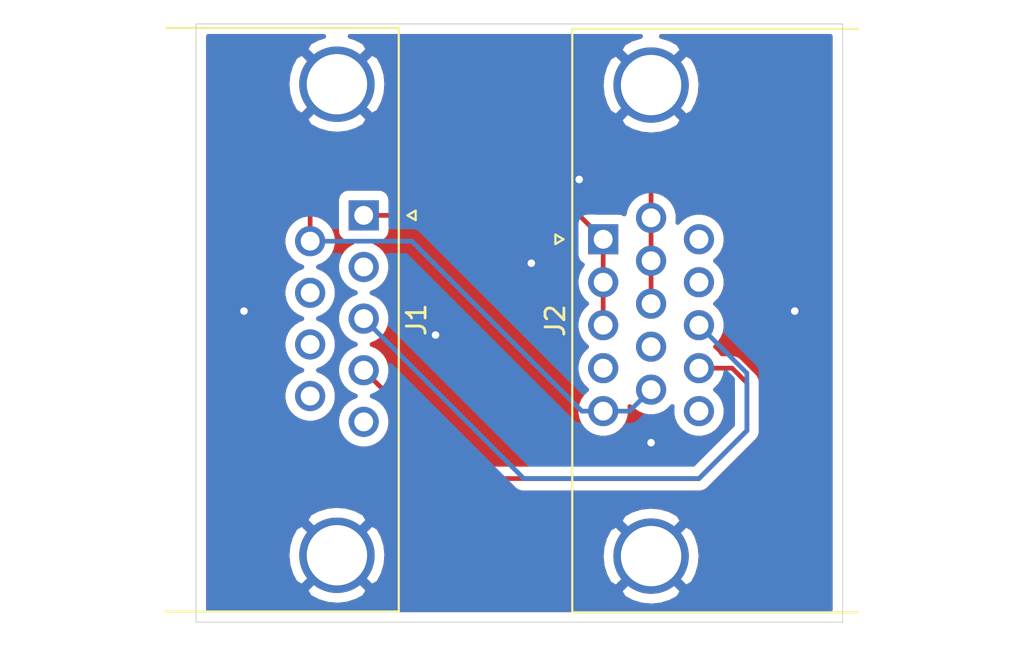
<source format=kicad_pcb>
(kicad_pcb (version 20171130) (host pcbnew 5.1.4+dfsg1-1~bpo10+1)

  (general
    (thickness 1.6)
    (drawings 4)
    (tracks 34)
    (zones 0)
    (modules 2)
    (nets 16)
  )

  (page A4)
  (layers
    (0 F.Cu signal)
    (31 B.Cu signal)
    (32 B.Adhes user)
    (33 F.Adhes user)
    (34 B.Paste user)
    (35 F.Paste user)
    (36 B.SilkS user)
    (37 F.SilkS user)
    (38 B.Mask user)
    (39 F.Mask user)
    (40 Dwgs.User user)
    (41 Cmts.User user)
    (42 Eco1.User user)
    (43 Eco2.User user)
    (44 Edge.Cuts user)
    (45 Margin user)
    (46 B.CrtYd user)
    (47 F.CrtYd user)
    (48 B.Fab user)
    (49 F.Fab user)
  )

  (setup
    (last_trace_width 0.25)
    (trace_clearance 0.2)
    (zone_clearance 0.508)
    (zone_45_only no)
    (trace_min 0.2)
    (via_size 0.8)
    (via_drill 0.4)
    (via_min_size 0.4)
    (via_min_drill 0.3)
    (uvia_size 0.3)
    (uvia_drill 0.1)
    (uvias_allowed no)
    (uvia_min_size 0.2)
    (uvia_min_drill 0.1)
    (edge_width 0.05)
    (segment_width 0.2)
    (pcb_text_width 0.3)
    (pcb_text_size 1.5 1.5)
    (mod_edge_width 0.12)
    (mod_text_size 1 1)
    (mod_text_width 0.15)
    (pad_size 1.524 1.524)
    (pad_drill 0.762)
    (pad_to_mask_clearance 0.051)
    (solder_mask_min_width 0.25)
    (aux_axis_origin 0 0)
    (visible_elements 7FFFFFFF)
    (pcbplotparams
      (layerselection 0x01030_ffffffff)
      (usegerberextensions false)
      (usegerberattributes false)
      (usegerberadvancedattributes false)
      (creategerberjobfile false)
      (excludeedgelayer true)
      (linewidth 0.100000)
      (plotframeref false)
      (viasonmask false)
      (mode 1)
      (useauxorigin false)
      (hpglpennumber 1)
      (hpglpenspeed 20)
      (hpglpendiameter 15.000000)
      (psnegative false)
      (psa4output false)
      (plotreference true)
      (plotvalue true)
      (plotinvisibletext false)
      (padsonsilk false)
      (subtractmaskfromsilk false)
      (outputformat 1)
      (mirror false)
      (drillshape 0)
      (scaleselection 1)
      (outputdirectory "fab_test/"))
  )

  (net 0 "")
  (net 1 /VID)
  (net 2 "Net-(J1-Pad2)")
  (net 3 /HSYNC)
  (net 4 /VSYNC)
  (net 5 "Net-(J1-Pad5)")
  (net 6 /GND)
  (net 7 "Net-(J1-Pad7)")
  (net 8 "Net-(J1-Pad8)")
  (net 9 "Net-(J1-Pad9)")
  (net 10 /Chassis)
  (net 11 "Net-(J2-Pad15)")
  (net 12 "Net-(J2-Pad12)")
  (net 13 "Net-(J2-Pad11)")
  (net 14 "Net-(J2-Pad9)")
  (net 15 "Net-(J2-Pad4)")

  (net_class Default "This is the default net class."
    (clearance 0.2)
    (trace_width 0.25)
    (via_dia 0.8)
    (via_drill 0.4)
    (uvia_dia 0.3)
    (uvia_drill 0.1)
    (add_net /Chassis)
    (add_net /GND)
    (add_net /HSYNC)
    (add_net /VID)
    (add_net /VSYNC)
    (add_net "Net-(J1-Pad2)")
    (add_net "Net-(J1-Pad5)")
    (add_net "Net-(J1-Pad7)")
    (add_net "Net-(J1-Pad8)")
    (add_net "Net-(J1-Pad9)")
    (add_net "Net-(J2-Pad11)")
    (add_net "Net-(J2-Pad12)")
    (add_net "Net-(J2-Pad15)")
    (add_net "Net-(J2-Pad4)")
    (add_net "Net-(J2-Pad9)")
  )

  (module ms2vga:DSUB-9_Male_Horizontal_P2.74x2.84mm_EdgePinOffset7.70mm_Housed_MountingHolesOffset9.12mm (layer F.Cu) (tedit 6056806A) (tstamp 6058D5C3)
    (at 137.16 91.44 270)
    (descr "9-pin D-Sub connector, horizontal/angled (90 deg), THT-mount, male, pitch 2.77x2.84mm, pin-PCB-offset 7.699999999999999mm, distance of mounting holes 25mm, distance of mounting holes to PCB edge 9.12mm, see https://disti-assets.s3.amazonaws.com/tonar/files/datasheets/16730.pdf")
    (tags "9-pin D-Sub connector horizontal angled 90deg THT male pitch 2.77x2.84mm pin-PCB-offset 7.699999999999999mm mounting-holes-distance 25mm mounting-hole-offset 25mm")
    (path /6056708C)
    (fp_text reference J1 (at 5.54 -2.8 90) (layer F.SilkS)
      (effects (font (size 1 1) (thickness 0.15)))
    )
    (fp_text value DB9_Male_MountingHoles (at 5.54 18.44 90) (layer F.Fab)
      (effects (font (size 1 1) (thickness 0.15)))
    )
    (fp_arc (start -6.96 1.42) (end -8.56 1.42) (angle 180) (layer F.Fab) (width 0.1))
    (fp_arc (start 18.04 1.42) (end 16.44 1.42) (angle 180) (layer F.Fab) (width 0.1))
    (fp_line (start -9.885 -1.8) (end -9.885 10.54) (layer F.Fab) (width 0.1))
    (fp_line (start -9.885 10.54) (end 20.965 10.54) (layer F.Fab) (width 0.1))
    (fp_line (start 20.965 10.54) (end 20.965 -1.8) (layer F.Fab) (width 0.1))
    (fp_line (start 20.965 -1.8) (end -9.885 -1.8) (layer F.Fab) (width 0.1))
    (fp_line (start -9.885 10.54) (end -9.885 10.94) (layer F.Fab) (width 0.1))
    (fp_line (start -9.885 10.94) (end 20.965 10.94) (layer F.Fab) (width 0.1))
    (fp_line (start 20.965 10.94) (end 20.965 10.54) (layer F.Fab) (width 0.1))
    (fp_line (start 20.965 10.54) (end -9.885 10.54) (layer F.Fab) (width 0.1))
    (fp_line (start -2.61 10.94) (end -2.61 16.94) (layer F.Fab) (width 0.1))
    (fp_line (start -2.61 16.94) (end 13.69 16.94) (layer F.Fab) (width 0.1))
    (fp_line (start 13.69 16.94) (end 13.69 10.94) (layer F.Fab) (width 0.1))
    (fp_line (start 13.69 10.94) (end -2.61 10.94) (layer F.Fab) (width 0.1))
    (fp_line (start -9.46 10.94) (end -9.46 15.94) (layer F.Fab) (width 0.1))
    (fp_line (start -9.46 15.94) (end -4.46 15.94) (layer F.Fab) (width 0.1))
    (fp_line (start -4.46 15.94) (end -4.46 10.94) (layer F.Fab) (width 0.1))
    (fp_line (start -4.46 10.94) (end -9.46 10.94) (layer F.Fab) (width 0.1))
    (fp_line (start 15.54 10.94) (end 15.54 15.94) (layer F.Fab) (width 0.1))
    (fp_line (start 15.54 15.94) (end 20.54 15.94) (layer F.Fab) (width 0.1))
    (fp_line (start 20.54 15.94) (end 20.54 10.94) (layer F.Fab) (width 0.1))
    (fp_line (start 20.54 10.94) (end 15.54 10.94) (layer F.Fab) (width 0.1))
    (fp_line (start -8.56 10.54) (end -8.56 1.42) (layer F.Fab) (width 0.1))
    (fp_line (start -5.36 10.54) (end -5.36 1.42) (layer F.Fab) (width 0.1))
    (fp_line (start 16.44 10.54) (end 16.44 1.42) (layer F.Fab) (width 0.1))
    (fp_line (start 19.64 10.54) (end 19.64 1.42) (layer F.Fab) (width 0.1))
    (fp_line (start -9.945 10.48) (end -9.945 -1.86) (layer F.SilkS) (width 0.12))
    (fp_line (start -9.945 -1.86) (end 21.025 -1.86) (layer F.SilkS) (width 0.12))
    (fp_line (start 21.025 -1.86) (end 21.025 10.48) (layer F.SilkS) (width 0.12))
    (fp_line (start -0.25 -2.754338) (end 0.25 -2.754338) (layer F.SilkS) (width 0.12))
    (fp_line (start 0.25 -2.754338) (end 0 -2.321325) (layer F.SilkS) (width 0.12))
    (fp_line (start 0 -2.321325) (end -0.25 -2.754338) (layer F.SilkS) (width 0.12))
    (fp_line (start -10.4 -2.35) (end -10.4 17.45) (layer F.CrtYd) (width 0.05))
    (fp_line (start -10.4 17.45) (end 21.5 17.45) (layer F.CrtYd) (width 0.05))
    (fp_line (start 21.5 17.45) (end 21.5 -2.35) (layer F.CrtYd) (width 0.05))
    (fp_line (start 21.5 -2.35) (end -10.4 -2.35) (layer F.CrtYd) (width 0.05))
    (fp_text user %R (at 5.54 13.94 90) (layer F.Fab)
      (effects (font (size 1 1) (thickness 0.15)))
    )
    (pad 1 thru_hole rect (at 0 0 270) (size 1.6 1.6) (drill 1) (layers *.Cu *.Mask)
      (net 1 /VID))
    (pad 2 thru_hole circle (at 2.74 0 270) (size 1.6 1.6) (drill 1) (layers *.Cu *.Mask)
      (net 2 "Net-(J1-Pad2)"))
    (pad 3 thru_hole circle (at 5.48 0 270) (size 1.6 1.6) (drill 1) (layers *.Cu *.Mask)
      (net 3 /HSYNC))
    (pad 4 thru_hole circle (at 8.22 0 270) (size 1.6 1.6) (drill 1) (layers *.Cu *.Mask)
      (net 4 /VSYNC))
    (pad 5 thru_hole circle (at 10.96 0 270) (size 1.6 1.6) (drill 1) (layers *.Cu *.Mask)
      (net 5 "Net-(J1-Pad5)"))
    (pad 6 thru_hole circle (at 1.37 2.84 270) (size 1.6 1.6) (drill 1) (layers *.Cu *.Mask)
      (net 6 /GND))
    (pad 7 thru_hole circle (at 4.11 2.84 270) (size 1.6 1.6) (drill 1) (layers *.Cu *.Mask)
      (net 7 "Net-(J1-Pad7)"))
    (pad 8 thru_hole circle (at 6.85 2.84 270) (size 1.6 1.6) (drill 1) (layers *.Cu *.Mask)
      (net 8 "Net-(J1-Pad8)"))
    (pad 9 thru_hole circle (at 9.59 2.84 270) (size 1.6 1.6) (drill 1) (layers *.Cu *.Mask)
      (net 9 "Net-(J1-Pad9)"))
    (pad 0 thru_hole circle (at -6.96 1.42 270) (size 4 4) (drill 3.2) (layers *.Cu *.Mask)
      (net 10 /Chassis))
    (pad 0 thru_hole circle (at 18.04 1.42 270) (size 4 4) (drill 3.2) (layers *.Cu *.Mask)
      (net 10 /Chassis))
    (model ${KISYS3DMOD}/Connector_Dsub.3dshapes/DSUB-9_Male_Horizontal_P2.77x2.84mm_EdgePinOffset7.70mm_Housed_MountingHolesOffset9.12mm.wrl
      (at (xyz 0 0 0))
      (scale (xyz 1 1 1))
      (rotate (xyz 0 0 0))
    )
  )

  (module ms2vga:DSUB-15-HD_Female_Horizontal_P2.29x1.27mm_EdgePinOffset8.35mm_Housed_MountingHolesOffset10.89mm (layer F.Cu) (tedit 6056875C) (tstamp 6058D5FD)
    (at 149.86 92.71 90)
    (descr "15-pin D-Sub connector, horizontal/angled (90 deg), THT-mount, female, pitch 2.29x1.98mm, pin-PCB-offset 8.35mm, distance of mounting holes 25mm, distance of mounting holes to PCB edge 10.889999999999999mm, see https://disti-assets.s3.amazonaws.com/tonar/files/datasheets/16730.pdf")
    (tags "15-pin D-Sub connector horizontal angled 90deg THT female pitch 2.29x1.98mm pin-PCB-offset 8.35mm mounting-holes-distance 25mm mounting-hole-offset 25mm")
    (path /60567E3B)
    (fp_text reference J2 (at -4.315 -2.54 90) (layer F.SilkS)
      (effects (font (size 1 1) (thickness 0.15)))
    )
    (fp_text value DB15_Female_HighDensity_MountingHoles (at -4.315 21.48 90) (layer F.Fab)
      (effects (font (size 1 1) (thickness 0.15)))
    )
    (fp_text user %R (at -4.315 16.98 90) (layer F.Fab)
      (effects (font (size 1 1) (thickness 0.15)))
    )
    (fp_line (start 11.65 -2.1) (end -20.25 -2.1) (layer F.CrtYd) (width 0.05))
    (fp_line (start 11.65 20.52) (end 11.65 -2.1) (layer F.CrtYd) (width 0.05))
    (fp_line (start -20.25 20.52) (end 11.65 20.52) (layer F.CrtYd) (width 0.05))
    (fp_line (start -20.25 -2.1) (end -20.25 20.52) (layer F.CrtYd) (width 0.05))
    (fp_line (start 0 -2.101325) (end -0.25 -2.534338) (layer F.SilkS) (width 0.12))
    (fp_line (start 0.25 -2.534338) (end 0 -2.101325) (layer F.SilkS) (width 0.12))
    (fp_line (start -0.25 -2.534338) (end 0.25 -2.534338) (layer F.SilkS) (width 0.12))
    (fp_line (start 11.17 -1.64) (end 11.17 13.52) (layer F.SilkS) (width 0.12))
    (fp_line (start -19.8 -1.64) (end 11.17 -1.64) (layer F.SilkS) (width 0.12))
    (fp_line (start -19.8 13.52) (end -19.8 -1.64) (layer F.SilkS) (width 0.12))
    (fp_line (start 9.785 13.58) (end 9.785 2.69) (layer F.Fab) (width 0.1))
    (fp_line (start 6.585 13.58) (end 6.585 2.69) (layer F.Fab) (width 0.1))
    (fp_line (start -15.215 13.58) (end -15.215 2.69) (layer F.Fab) (width 0.1))
    (fp_line (start -18.415 13.58) (end -18.415 2.69) (layer F.Fab) (width 0.1))
    (fp_line (start 10.685 13.98) (end 5.685 13.98) (layer F.Fab) (width 0.1))
    (fp_line (start 10.685 18.98) (end 10.685 13.98) (layer F.Fab) (width 0.1))
    (fp_line (start 5.685 18.98) (end 10.685 18.98) (layer F.Fab) (width 0.1))
    (fp_line (start 5.685 13.98) (end 5.685 18.98) (layer F.Fab) (width 0.1))
    (fp_line (start -14.315 13.98) (end -19.315 13.98) (layer F.Fab) (width 0.1))
    (fp_line (start -14.315 18.98) (end -14.315 13.98) (layer F.Fab) (width 0.1))
    (fp_line (start -19.315 18.98) (end -14.315 18.98) (layer F.Fab) (width 0.1))
    (fp_line (start -19.315 13.98) (end -19.315 18.98) (layer F.Fab) (width 0.1))
    (fp_line (start 3.835 13.98) (end -12.465 13.98) (layer F.Fab) (width 0.1))
    (fp_line (start 3.835 19.98) (end 3.835 13.98) (layer F.Fab) (width 0.1))
    (fp_line (start -12.465 19.98) (end 3.835 19.98) (layer F.Fab) (width 0.1))
    (fp_line (start -12.465 13.98) (end -12.465 19.98) (layer F.Fab) (width 0.1))
    (fp_line (start 11.11 13.58) (end -19.74 13.58) (layer F.Fab) (width 0.1))
    (fp_line (start 11.11 13.98) (end 11.11 13.58) (layer F.Fab) (width 0.1))
    (fp_line (start -19.74 13.98) (end 11.11 13.98) (layer F.Fab) (width 0.1))
    (fp_line (start -19.74 13.58) (end -19.74 13.98) (layer F.Fab) (width 0.1))
    (fp_line (start 11.11 -1.58) (end -19.74 -1.58) (layer F.Fab) (width 0.1))
    (fp_line (start 11.11 13.58) (end 11.11 -1.58) (layer F.Fab) (width 0.1))
    (fp_line (start -19.74 13.58) (end 11.11 13.58) (layer F.Fab) (width 0.1))
    (fp_line (start -19.74 -1.58) (end -19.74 13.58) (layer F.Fab) (width 0.1))
    (fp_arc (start 8.185 2.69) (end 6.585 2.69) (angle 180) (layer F.Fab) (width 0.1))
    (fp_arc (start -16.815 2.69) (end -18.415 2.69) (angle 180) (layer F.Fab) (width 0.1))
    (pad 0 thru_hole circle (at 8.185 2.54 90) (size 4 4) (drill 3.2) (layers *.Cu *.Mask)
      (net 10 /Chassis))
    (pad 0 thru_hole circle (at -16.815 2.54 90) (size 4 4) (drill 3.2) (layers *.Cu *.Mask)
      (net 10 /Chassis))
    (pad 15 thru_hole circle (at -9.12 5.08 90) (size 1.6 1.6) (drill 1) (layers *.Cu *.Mask)
      (net 11 "Net-(J2-Pad15)"))
    (pad 14 thru_hole circle (at -6.84 5.08 90) (size 1.6 1.6) (drill 1) (layers *.Cu *.Mask)
      (net 4 /VSYNC))
    (pad 13 thru_hole circle (at -4.56 5.08 90) (size 1.6 1.6) (drill 1) (layers *.Cu *.Mask)
      (net 3 /HSYNC))
    (pad 12 thru_hole circle (at -2.28 5.08 90) (size 1.6 1.6) (drill 1) (layers *.Cu *.Mask)
      (net 12 "Net-(J2-Pad12)"))
    (pad 11 thru_hole circle (at 0 5.08 90) (size 1.6 1.6) (drill 1) (layers *.Cu *.Mask)
      (net 13 "Net-(J2-Pad11)"))
    (pad 10 thru_hole circle (at -7.98 2.54 90) (size 1.6 1.6) (drill 1) (layers *.Cu *.Mask)
      (net 6 /GND))
    (pad 9 thru_hole circle (at -5.7 2.54 90) (size 1.6 1.6) (drill 1) (layers *.Cu *.Mask)
      (net 14 "Net-(J2-Pad9)"))
    (pad 8 thru_hole circle (at -3.42 2.54 90) (size 1.6 1.6) (drill 1) (layers *.Cu *.Mask)
      (net 6 /GND))
    (pad 7 thru_hole circle (at -1.14 2.54 90) (size 1.6 1.6) (drill 1) (layers *.Cu *.Mask)
      (net 6 /GND))
    (pad 6 thru_hole circle (at 1.14 2.54 90) (size 1.6 1.6) (drill 1) (layers *.Cu *.Mask)
      (net 6 /GND))
    (pad 5 thru_hole circle (at -9.12 0 90) (size 1.6 1.6) (drill 1) (layers *.Cu *.Mask)
      (net 6 /GND))
    (pad 4 thru_hole circle (at -6.84 0 90) (size 1.6 1.6) (drill 1) (layers *.Cu *.Mask)
      (net 15 "Net-(J2-Pad4)"))
    (pad 3 thru_hole circle (at -4.56 0 90) (size 1.6 1.6) (drill 1) (layers *.Cu *.Mask)
      (net 1 /VID))
    (pad 2 thru_hole circle (at -2.28 0 90) (size 1.6 1.6) (drill 1) (layers *.Cu *.Mask)
      (net 1 /VID))
    (pad 1 thru_hole rect (at 0 0 90) (size 1.6 1.6) (drill 1) (layers *.Cu *.Mask)
      (net 1 /VID))
    (model ${KISYS3DMOD}/Connector_Dsub.3dshapes/DSUB-15-HD_Female_Horizontal_P2.29x1.98mm_EdgePinOffset8.35mm_Housed_MountingHolesOffset10.89mm.wrl
      (at (xyz 0 0 0))
      (scale (xyz 1 1 1))
      (rotate (xyz 0 0 0))
    )
  )

  (gr_line (start 128.27 113.03) (end 128.27 81.28) (layer Edge.Cuts) (width 0.05) (tstamp 6056A80B))
  (gr_line (start 162.56 113.03) (end 128.27 113.03) (layer Edge.Cuts) (width 0.05))
  (gr_line (start 162.56 81.28) (end 162.56 113.03) (layer Edge.Cuts) (width 0.05))
  (gr_line (start 128.27 81.28) (end 162.56 81.28) (layer Edge.Cuts) (width 0.05))

  (segment (start 149.86 92.71) (end 149.86 94.99) (width 0.25) (layer F.Cu) (net 1))
  (segment (start 149.86 94.99) (end 149.86 97.27) (width 0.25) (layer F.Cu) (net 1))
  (segment (start 137.16 91.44) (end 148.59 91.44) (width 0.25) (layer F.Cu) (net 1))
  (segment (start 148.59 91.44) (end 149.86 92.71) (width 0.25) (layer F.Cu) (net 1))
  (segment (start 157.48 102.87) (end 157.48 99.81) (width 0.25) (layer B.Cu) (net 3))
  (segment (start 154.94 105.41) (end 157.48 102.87) (width 0.25) (layer B.Cu) (net 3))
  (segment (start 157.48 99.81) (end 154.94 97.27) (width 0.25) (layer B.Cu) (net 3))
  (segment (start 137.16 96.92) (end 145.65 105.41) (width 0.25) (layer B.Cu) (net 3))
  (segment (start 145.65 105.41) (end 154.94 105.41) (width 0.25) (layer B.Cu) (net 3))
  (segment (start 156.7 99.55) (end 154.94 99.55) (width 0.25) (layer F.Cu) (net 4))
  (segment (start 157.48 100.33) (end 156.7 99.55) (width 0.25) (layer F.Cu) (net 4))
  (segment (start 157.48 102.87) (end 157.48 100.33) (width 0.25) (layer F.Cu) (net 4))
  (segment (start 137.16 99.66) (end 142.91 105.41) (width 0.25) (layer F.Cu) (net 4))
  (segment (start 154.94 105.41) (end 157.48 102.87) (width 0.25) (layer F.Cu) (net 4))
  (segment (start 142.91 105.41) (end 154.94 105.41) (width 0.25) (layer F.Cu) (net 4))
  (segment (start 152.4 91.57) (end 152.4 93.85) (width 0.25) (layer F.Cu) (net 6))
  (segment (start 152.4 93.85) (end 152.4 96.13) (width 0.25) (layer F.Cu) (net 6))
  (segment (start 151.26 101.83) (end 152.4 100.69) (width 0.25) (layer B.Cu) (net 6))
  (segment (start 149.86 101.83) (end 151.26 101.83) (width 0.25) (layer B.Cu) (net 6))
  (segment (start 134.32 89.2) (end 134.32 92.81) (width 0.25) (layer F.Cu) (net 6))
  (segment (start 135.89 87.63) (end 134.32 89.2) (width 0.25) (layer F.Cu) (net 6))
  (segment (start 149.86 87.63) (end 135.89 87.63) (width 0.25) (layer F.Cu) (net 6))
  (segment (start 152.4 91.57) (end 152.4 90.17) (width 0.25) (layer F.Cu) (net 6))
  (segment (start 152.4 90.17) (end 149.86 87.63) (width 0.25) (layer F.Cu) (net 6))
  (segment (start 135.45137 92.81) (end 134.32 92.81) (width 0.25) (layer B.Cu) (net 6))
  (segment (start 139.70863 92.81) (end 135.45137 92.81) (width 0.25) (layer B.Cu) (net 6))
  (segment (start 148.72863 101.83) (end 139.70863 92.81) (width 0.25) (layer B.Cu) (net 6))
  (segment (start 149.86 101.83) (end 148.72863 101.83) (width 0.25) (layer B.Cu) (net 6))
  (via (at 160.02 96.52) (size 0.8) (drill 0.4) (layers F.Cu B.Cu) (net 10))
  (via (at 130.81 96.52) (size 0.8) (drill 0.4) (layers F.Cu B.Cu) (net 10))
  (via (at 148.59 89.535) (size 0.8) (drill 0.4) (layers F.Cu B.Cu) (net 10))
  (via (at 152.4 103.505) (size 0.8) (drill 0.4) (layers F.Cu B.Cu) (net 10))
  (via (at 140.97 97.79) (size 0.8) (drill 0.4) (layers F.Cu B.Cu) (net 10))
  (via (at 146.05 93.98) (size 0.8) (drill 0.4) (layers F.Cu B.Cu) (net 10))

  (zone (net 10) (net_name /Chassis) (layer F.Cu) (tstamp 605712BE) (hatch edge 0.508)
    (connect_pads (clearance 0.508))
    (min_thickness 0.254)
    (fill yes (arc_segments 32) (thermal_gap 0.508) (thermal_bridge_width 0.508))
    (polygon
      (pts
        (xy 127 80.01) (xy 163.83 80.01) (xy 163.83 114.3) (xy 127 114.3)
      )
    )
    (filled_polygon
      (pts
        (xy 134.705474 82.042721) (xy 134.288228 82.265742) (xy 134.072106 82.632501) (xy 135.74 84.300395) (xy 137.407894 82.632501)
        (xy 137.191772 82.265742) (xy 136.731895 82.025062) (xy 136.442424 81.94) (xy 151.837596 81.94) (xy 151.365474 82.087721)
        (xy 150.948228 82.310742) (xy 150.732106 82.677501) (xy 152.4 84.345395) (xy 154.067894 82.677501) (xy 153.851772 82.310742)
        (xy 153.391895 82.070062) (xy 152.949287 81.94) (xy 161.9 81.94) (xy 161.900001 112.37) (xy 128.93 112.37)
        (xy 128.93 111.327499) (xy 134.072106 111.327499) (xy 134.288228 111.694258) (xy 134.748105 111.934938) (xy 135.246098 112.081275)
        (xy 135.763071 112.127648) (xy 136.279159 112.072273) (xy 136.774526 111.917279) (xy 137.191772 111.694258) (xy 137.381376 111.372499)
        (xy 150.732106 111.372499) (xy 150.948228 111.739258) (xy 151.408105 111.979938) (xy 151.906098 112.126275) (xy 152.423071 112.172648)
        (xy 152.939159 112.117273) (xy 153.434526 111.962279) (xy 153.851772 111.739258) (xy 154.067894 111.372499) (xy 152.4 109.704605)
        (xy 150.732106 111.372499) (xy 137.381376 111.372499) (xy 137.407894 111.327499) (xy 135.74 109.659605) (xy 134.072106 111.327499)
        (xy 128.93 111.327499) (xy 128.93 109.503071) (xy 133.092352 109.503071) (xy 133.147727 110.019159) (xy 133.302721 110.514526)
        (xy 133.525742 110.931772) (xy 133.892501 111.147894) (xy 135.560395 109.48) (xy 135.919605 109.48) (xy 137.587499 111.147894)
        (xy 137.954258 110.931772) (xy 138.194938 110.471895) (xy 138.341275 109.973902) (xy 138.379472 109.548071) (xy 149.752352 109.548071)
        (xy 149.807727 110.064159) (xy 149.962721 110.559526) (xy 150.185742 110.976772) (xy 150.552501 111.192894) (xy 152.220395 109.525)
        (xy 152.579605 109.525) (xy 154.247499 111.192894) (xy 154.614258 110.976772) (xy 154.854938 110.516895) (xy 155.001275 110.018902)
        (xy 155.047648 109.501929) (xy 154.992273 108.985841) (xy 154.837279 108.490474) (xy 154.614258 108.073228) (xy 154.247499 107.857106)
        (xy 152.579605 109.525) (xy 152.220395 109.525) (xy 150.552501 107.857106) (xy 150.185742 108.073228) (xy 149.945062 108.533105)
        (xy 149.798725 109.031098) (xy 149.752352 109.548071) (xy 138.379472 109.548071) (xy 138.387648 109.456929) (xy 138.332273 108.940841)
        (xy 138.177279 108.445474) (xy 137.954258 108.028228) (xy 137.587499 107.812106) (xy 135.919605 109.48) (xy 135.560395 109.48)
        (xy 133.892501 107.812106) (xy 133.525742 108.028228) (xy 133.285062 108.488105) (xy 133.138725 108.986098) (xy 133.092352 109.503071)
        (xy 128.93 109.503071) (xy 128.93 107.632501) (xy 134.072106 107.632501) (xy 135.74 109.300395) (xy 137.362894 107.677501)
        (xy 150.732106 107.677501) (xy 152.4 109.345395) (xy 154.067894 107.677501) (xy 153.851772 107.310742) (xy 153.391895 107.070062)
        (xy 152.893902 106.923725) (xy 152.376929 106.877352) (xy 151.860841 106.932727) (xy 151.365474 107.087721) (xy 150.948228 107.310742)
        (xy 150.732106 107.677501) (xy 137.362894 107.677501) (xy 137.407894 107.632501) (xy 137.191772 107.265742) (xy 136.731895 107.025062)
        (xy 136.233902 106.878725) (xy 135.716929 106.832352) (xy 135.200841 106.887727) (xy 134.705474 107.042721) (xy 134.288228 107.265742)
        (xy 134.072106 107.632501) (xy 128.93 107.632501) (xy 128.93 92.668665) (xy 132.885 92.668665) (xy 132.885 92.951335)
        (xy 132.940147 93.228574) (xy 133.04832 93.489727) (xy 133.205363 93.724759) (xy 133.405241 93.924637) (xy 133.640273 94.08168)
        (xy 133.877639 94.18) (xy 133.640273 94.27832) (xy 133.405241 94.435363) (xy 133.205363 94.635241) (xy 133.04832 94.870273)
        (xy 132.940147 95.131426) (xy 132.885 95.408665) (xy 132.885 95.691335) (xy 132.940147 95.968574) (xy 133.04832 96.229727)
        (xy 133.205363 96.464759) (xy 133.405241 96.664637) (xy 133.640273 96.82168) (xy 133.877639 96.92) (xy 133.640273 97.01832)
        (xy 133.405241 97.175363) (xy 133.205363 97.375241) (xy 133.04832 97.610273) (xy 132.940147 97.871426) (xy 132.885 98.148665)
        (xy 132.885 98.431335) (xy 132.940147 98.708574) (xy 133.04832 98.969727) (xy 133.205363 99.204759) (xy 133.405241 99.404637)
        (xy 133.640273 99.56168) (xy 133.877639 99.66) (xy 133.640273 99.75832) (xy 133.405241 99.915363) (xy 133.205363 100.115241)
        (xy 133.04832 100.350273) (xy 132.940147 100.611426) (xy 132.885 100.888665) (xy 132.885 101.171335) (xy 132.940147 101.448574)
        (xy 133.04832 101.709727) (xy 133.205363 101.944759) (xy 133.405241 102.144637) (xy 133.640273 102.30168) (xy 133.901426 102.409853)
        (xy 134.178665 102.465) (xy 134.461335 102.465) (xy 134.738574 102.409853) (xy 134.999727 102.30168) (xy 135.234759 102.144637)
        (xy 135.434637 101.944759) (xy 135.59168 101.709727) (xy 135.699853 101.448574) (xy 135.755 101.171335) (xy 135.755 100.888665)
        (xy 135.699853 100.611426) (xy 135.59168 100.350273) (xy 135.434637 100.115241) (xy 135.234759 99.915363) (xy 134.999727 99.75832)
        (xy 134.762361 99.66) (xy 134.999727 99.56168) (xy 135.234759 99.404637) (xy 135.434637 99.204759) (xy 135.59168 98.969727)
        (xy 135.699853 98.708574) (xy 135.755 98.431335) (xy 135.755 98.148665) (xy 135.699853 97.871426) (xy 135.59168 97.610273)
        (xy 135.434637 97.375241) (xy 135.234759 97.175363) (xy 134.999727 97.01832) (xy 134.762361 96.92) (xy 134.999727 96.82168)
        (xy 135.234759 96.664637) (xy 135.434637 96.464759) (xy 135.59168 96.229727) (xy 135.699853 95.968574) (xy 135.755 95.691335)
        (xy 135.755 95.408665) (xy 135.699853 95.131426) (xy 135.59168 94.870273) (xy 135.434637 94.635241) (xy 135.234759 94.435363)
        (xy 134.999727 94.27832) (xy 134.762361 94.18) (xy 134.999727 94.08168) (xy 135.234759 93.924637) (xy 135.434637 93.724759)
        (xy 135.59168 93.489727) (xy 135.699853 93.228574) (xy 135.755 92.951335) (xy 135.755 92.668665) (xy 135.699853 92.391426)
        (xy 135.59168 92.130273) (xy 135.434637 91.895241) (xy 135.234759 91.695363) (xy 135.08 91.591957) (xy 135.08 89.514801)
        (xy 136.204802 88.39) (xy 149.545199 88.39) (xy 151.560364 90.405167) (xy 151.485241 90.455363) (xy 151.285363 90.655241)
        (xy 151.12832 90.890273) (xy 151.020147 91.151426) (xy 150.978603 91.360279) (xy 150.90418 91.320498) (xy 150.784482 91.284188)
        (xy 150.66 91.271928) (xy 149.496729 91.271928) (xy 149.153804 90.929003) (xy 149.130001 90.899999) (xy 149.014276 90.805026)
        (xy 148.882247 90.734454) (xy 148.738986 90.690997) (xy 148.627333 90.68) (xy 148.627322 90.68) (xy 148.59 90.676324)
        (xy 148.552678 90.68) (xy 138.598072 90.68) (xy 138.598072 90.64) (xy 138.585812 90.515518) (xy 138.549502 90.39582)
        (xy 138.490537 90.285506) (xy 138.411185 90.188815) (xy 138.314494 90.109463) (xy 138.20418 90.050498) (xy 138.084482 90.014188)
        (xy 137.96 90.001928) (xy 136.36 90.001928) (xy 136.235518 90.014188) (xy 136.11582 90.050498) (xy 136.005506 90.109463)
        (xy 135.908815 90.188815) (xy 135.829463 90.285506) (xy 135.770498 90.39582) (xy 135.734188 90.515518) (xy 135.721928 90.64)
        (xy 135.721928 92.24) (xy 135.734188 92.364482) (xy 135.770498 92.48418) (xy 135.829463 92.594494) (xy 135.908815 92.691185)
        (xy 136.005506 92.770537) (xy 136.11582 92.829502) (xy 136.235518 92.865812) (xy 136.36 92.878072) (xy 136.553298 92.878072)
        (xy 136.480273 92.90832) (xy 136.245241 93.065363) (xy 136.045363 93.265241) (xy 135.88832 93.500273) (xy 135.780147 93.761426)
        (xy 135.725 94.038665) (xy 135.725 94.321335) (xy 135.780147 94.598574) (xy 135.88832 94.859727) (xy 136.045363 95.094759)
        (xy 136.245241 95.294637) (xy 136.480273 95.45168) (xy 136.717639 95.55) (xy 136.480273 95.64832) (xy 136.245241 95.805363)
        (xy 136.045363 96.005241) (xy 135.88832 96.240273) (xy 135.780147 96.501426) (xy 135.725 96.778665) (xy 135.725 97.061335)
        (xy 135.780147 97.338574) (xy 135.88832 97.599727) (xy 136.045363 97.834759) (xy 136.245241 98.034637) (xy 136.480273 98.19168)
        (xy 136.717639 98.29) (xy 136.480273 98.38832) (xy 136.245241 98.545363) (xy 136.045363 98.745241) (xy 135.88832 98.980273)
        (xy 135.780147 99.241426) (xy 135.725 99.518665) (xy 135.725 99.801335) (xy 135.780147 100.078574) (xy 135.88832 100.339727)
        (xy 136.045363 100.574759) (xy 136.245241 100.774637) (xy 136.480273 100.93168) (xy 136.717639 101.03) (xy 136.480273 101.12832)
        (xy 136.245241 101.285363) (xy 136.045363 101.485241) (xy 135.88832 101.720273) (xy 135.780147 101.981426) (xy 135.725 102.258665)
        (xy 135.725 102.541335) (xy 135.780147 102.818574) (xy 135.88832 103.079727) (xy 136.045363 103.314759) (xy 136.245241 103.514637)
        (xy 136.480273 103.67168) (xy 136.741426 103.779853) (xy 137.018665 103.835) (xy 137.301335 103.835) (xy 137.578574 103.779853)
        (xy 137.839727 103.67168) (xy 138.074759 103.514637) (xy 138.274637 103.314759) (xy 138.43168 103.079727) (xy 138.539853 102.818574)
        (xy 138.595 102.541335) (xy 138.595 102.258665) (xy 138.572935 102.147736) (xy 142.346201 105.921003) (xy 142.369999 105.950001)
        (xy 142.398997 105.973799) (xy 142.485723 106.044974) (xy 142.617753 106.115546) (xy 142.761014 106.159003) (xy 142.872667 106.17)
        (xy 142.872677 106.17) (xy 142.91 106.173676) (xy 142.947322 106.17) (xy 154.902678 106.17) (xy 154.94 106.173676)
        (xy 154.977322 106.17) (xy 154.977333 106.17) (xy 155.088986 106.159003) (xy 155.232247 106.115546) (xy 155.364276 106.044974)
        (xy 155.480001 105.950001) (xy 155.503804 105.920997) (xy 157.991009 103.433794) (xy 158.020001 103.410001) (xy 158.043795 103.381008)
        (xy 158.043799 103.381004) (xy 158.114973 103.294277) (xy 158.114974 103.294276) (xy 158.185546 103.162247) (xy 158.229003 103.018986)
        (xy 158.24 102.907333) (xy 158.24 102.907324) (xy 158.243676 102.870001) (xy 158.24 102.832678) (xy 158.24 100.367333)
        (xy 158.243677 100.33) (xy 158.229003 100.181014) (xy 158.185546 100.037753) (xy 158.114974 99.905724) (xy 158.043799 99.818997)
        (xy 158.020001 99.789999) (xy 157.991002 99.766201) (xy 157.263803 99.039002) (xy 157.240001 99.009999) (xy 157.124276 98.915026)
        (xy 156.992247 98.844454) (xy 156.848986 98.800997) (xy 156.737333 98.79) (xy 156.737322 98.79) (xy 156.7 98.786324)
        (xy 156.662678 98.79) (xy 156.158043 98.79) (xy 156.054637 98.635241) (xy 155.854759 98.435363) (xy 155.816801 98.41)
        (xy 155.854759 98.384637) (xy 156.054637 98.184759) (xy 156.21168 97.949727) (xy 156.319853 97.688574) (xy 156.375 97.411335)
        (xy 156.375 97.128665) (xy 156.319853 96.851426) (xy 156.21168 96.590273) (xy 156.054637 96.355241) (xy 155.854759 96.155363)
        (xy 155.816801 96.13) (xy 155.854759 96.104637) (xy 156.054637 95.904759) (xy 156.21168 95.669727) (xy 156.319853 95.408574)
        (xy 156.375 95.131335) (xy 156.375 94.848665) (xy 156.319853 94.571426) (xy 156.21168 94.310273) (xy 156.054637 94.075241)
        (xy 155.854759 93.875363) (xy 155.816801 93.85) (xy 155.854759 93.824637) (xy 156.054637 93.624759) (xy 156.21168 93.389727)
        (xy 156.319853 93.128574) (xy 156.375 92.851335) (xy 156.375 92.568665) (xy 156.319853 92.291426) (xy 156.21168 92.030273)
        (xy 156.054637 91.795241) (xy 155.854759 91.595363) (xy 155.619727 91.43832) (xy 155.358574 91.330147) (xy 155.081335 91.275)
        (xy 154.798665 91.275) (xy 154.521426 91.330147) (xy 154.260273 91.43832) (xy 154.025241 91.595363) (xy 153.825363 91.795241)
        (xy 153.81532 91.810271) (xy 153.835 91.711335) (xy 153.835 91.428665) (xy 153.779853 91.151426) (xy 153.67168 90.890273)
        (xy 153.514637 90.655241) (xy 153.314759 90.455363) (xy 153.16 90.351957) (xy 153.16 90.207322) (xy 153.163676 90.169999)
        (xy 153.16 90.132676) (xy 153.16 90.132667) (xy 153.149003 90.021014) (xy 153.105546 89.877753) (xy 153.034974 89.745724)
        (xy 153.021811 89.729685) (xy 152.963799 89.658996) (xy 152.963795 89.658992) (xy 152.940001 89.629999) (xy 152.911008 89.606205)
        (xy 150.423804 87.119003) (xy 150.400001 87.089999) (xy 150.284276 86.995026) (xy 150.152247 86.924454) (xy 150.008986 86.880997)
        (xy 149.897333 86.87) (xy 149.897322 86.87) (xy 149.86 86.866324) (xy 149.822678 86.87) (xy 136.862979 86.87)
        (xy 137.191772 86.694258) (xy 137.381376 86.372499) (xy 150.732106 86.372499) (xy 150.948228 86.739258) (xy 151.408105 86.979938)
        (xy 151.906098 87.126275) (xy 152.423071 87.172648) (xy 152.939159 87.117273) (xy 153.434526 86.962279) (xy 153.851772 86.739258)
        (xy 154.067894 86.372499) (xy 152.4 84.704605) (xy 150.732106 86.372499) (xy 137.381376 86.372499) (xy 137.407894 86.327499)
        (xy 135.74 84.659605) (xy 134.072106 86.327499) (xy 134.288228 86.694258) (xy 134.748105 86.934938) (xy 135.246098 87.081275)
        (xy 135.349543 87.090554) (xy 135.326201 87.118997) (xy 133.809003 88.636196) (xy 133.779999 88.659999) (xy 133.724871 88.727174)
        (xy 133.685026 88.775724) (xy 133.614455 88.907753) (xy 133.614454 88.907754) (xy 133.570997 89.051015) (xy 133.56 89.162668)
        (xy 133.56 89.162678) (xy 133.556324 89.2) (xy 133.56 89.237323) (xy 133.560001 91.591956) (xy 133.405241 91.695363)
        (xy 133.205363 91.895241) (xy 133.04832 92.130273) (xy 132.940147 92.391426) (xy 132.885 92.668665) (xy 128.93 92.668665)
        (xy 128.93 84.503071) (xy 133.092352 84.503071) (xy 133.147727 85.019159) (xy 133.302721 85.514526) (xy 133.525742 85.931772)
        (xy 133.892501 86.147894) (xy 135.560395 84.48) (xy 135.919605 84.48) (xy 137.587499 86.147894) (xy 137.954258 85.931772)
        (xy 138.194938 85.471895) (xy 138.341275 84.973902) (xy 138.379472 84.548071) (xy 149.752352 84.548071) (xy 149.807727 85.064159)
        (xy 149.962721 85.559526) (xy 150.185742 85.976772) (xy 150.552501 86.192894) (xy 152.220395 84.525) (xy 152.579605 84.525)
        (xy 154.247499 86.192894) (xy 154.614258 85.976772) (xy 154.854938 85.516895) (xy 155.001275 85.018902) (xy 155.047648 84.501929)
        (xy 154.992273 83.985841) (xy 154.837279 83.490474) (xy 154.614258 83.073228) (xy 154.247499 82.857106) (xy 152.579605 84.525)
        (xy 152.220395 84.525) (xy 150.552501 82.857106) (xy 150.185742 83.073228) (xy 149.945062 83.533105) (xy 149.798725 84.031098)
        (xy 149.752352 84.548071) (xy 138.379472 84.548071) (xy 138.387648 84.456929) (xy 138.332273 83.940841) (xy 138.177279 83.445474)
        (xy 137.954258 83.028228) (xy 137.587499 82.812106) (xy 135.919605 84.48) (xy 135.560395 84.48) (xy 133.892501 82.812106)
        (xy 133.525742 83.028228) (xy 133.285062 83.488105) (xy 133.138725 83.986098) (xy 133.092352 84.503071) (xy 128.93 84.503071)
        (xy 128.93 81.94) (xy 135.033774 81.94)
      )
    )
    (filled_polygon
      (pts
        (xy 148.421928 92.346729) (xy 148.421928 93.51) (xy 148.434188 93.634482) (xy 148.470498 93.75418) (xy 148.529463 93.864494)
        (xy 148.608815 93.961185) (xy 148.705506 94.040537) (xy 148.754095 94.066509) (xy 148.745363 94.075241) (xy 148.58832 94.310273)
        (xy 148.480147 94.571426) (xy 148.425 94.848665) (xy 148.425 95.131335) (xy 148.480147 95.408574) (xy 148.58832 95.669727)
        (xy 148.745363 95.904759) (xy 148.945241 96.104637) (xy 148.983199 96.13) (xy 148.945241 96.155363) (xy 148.745363 96.355241)
        (xy 148.58832 96.590273) (xy 148.480147 96.851426) (xy 148.425 97.128665) (xy 148.425 97.411335) (xy 148.480147 97.688574)
        (xy 148.58832 97.949727) (xy 148.745363 98.184759) (xy 148.945241 98.384637) (xy 148.983199 98.41) (xy 148.945241 98.435363)
        (xy 148.745363 98.635241) (xy 148.58832 98.870273) (xy 148.480147 99.131426) (xy 148.425 99.408665) (xy 148.425 99.691335)
        (xy 148.480147 99.968574) (xy 148.58832 100.229727) (xy 148.745363 100.464759) (xy 148.945241 100.664637) (xy 148.983199 100.69)
        (xy 148.945241 100.715363) (xy 148.745363 100.915241) (xy 148.58832 101.150273) (xy 148.480147 101.411426) (xy 148.425 101.688665)
        (xy 148.425 101.971335) (xy 148.480147 102.248574) (xy 148.58832 102.509727) (xy 148.745363 102.744759) (xy 148.945241 102.944637)
        (xy 149.180273 103.10168) (xy 149.441426 103.209853) (xy 149.718665 103.265) (xy 150.001335 103.265) (xy 150.278574 103.209853)
        (xy 150.539727 103.10168) (xy 150.774759 102.944637) (xy 150.974637 102.744759) (xy 151.13168 102.509727) (xy 151.239853 102.248574)
        (xy 151.295 101.971335) (xy 151.295 101.688665) (xy 151.27532 101.589729) (xy 151.285363 101.604759) (xy 151.485241 101.804637)
        (xy 151.720273 101.96168) (xy 151.981426 102.069853) (xy 152.258665 102.125) (xy 152.541335 102.125) (xy 152.818574 102.069853)
        (xy 153.079727 101.96168) (xy 153.314759 101.804637) (xy 153.514637 101.604759) (xy 153.52468 101.589729) (xy 153.505 101.688665)
        (xy 153.505 101.971335) (xy 153.560147 102.248574) (xy 153.66832 102.509727) (xy 153.825363 102.744759) (xy 154.025241 102.944637)
        (xy 154.260273 103.10168) (xy 154.521426 103.209853) (xy 154.798665 103.265) (xy 155.081335 103.265) (xy 155.358574 103.209853)
        (xy 155.619727 103.10168) (xy 155.854759 102.944637) (xy 156.054637 102.744759) (xy 156.21168 102.509727) (xy 156.319853 102.248574)
        (xy 156.375 101.971335) (xy 156.375 101.688665) (xy 156.319853 101.411426) (xy 156.21168 101.150273) (xy 156.054637 100.915241)
        (xy 155.854759 100.715363) (xy 155.816801 100.69) (xy 155.854759 100.664637) (xy 156.054637 100.464759) (xy 156.158043 100.31)
        (xy 156.385199 100.31) (xy 156.720001 100.644803) (xy 156.72 102.555197) (xy 154.625199 104.65) (xy 143.224802 104.65)
        (xy 138.558688 99.983887) (xy 138.595 99.801335) (xy 138.595 99.518665) (xy 138.539853 99.241426) (xy 138.43168 98.980273)
        (xy 138.274637 98.745241) (xy 138.074759 98.545363) (xy 137.839727 98.38832) (xy 137.602361 98.29) (xy 137.839727 98.19168)
        (xy 138.074759 98.034637) (xy 138.274637 97.834759) (xy 138.43168 97.599727) (xy 138.539853 97.338574) (xy 138.595 97.061335)
        (xy 138.595 96.778665) (xy 138.539853 96.501426) (xy 138.43168 96.240273) (xy 138.274637 96.005241) (xy 138.074759 95.805363)
        (xy 137.839727 95.64832) (xy 137.602361 95.55) (xy 137.839727 95.45168) (xy 138.074759 95.294637) (xy 138.274637 95.094759)
        (xy 138.43168 94.859727) (xy 138.539853 94.598574) (xy 138.595 94.321335) (xy 138.595 94.038665) (xy 138.539853 93.761426)
        (xy 138.43168 93.500273) (xy 138.274637 93.265241) (xy 138.074759 93.065363) (xy 137.839727 92.90832) (xy 137.766702 92.878072)
        (xy 137.96 92.878072) (xy 138.084482 92.865812) (xy 138.20418 92.829502) (xy 138.314494 92.770537) (xy 138.411185 92.691185)
        (xy 138.490537 92.594494) (xy 138.549502 92.48418) (xy 138.585812 92.364482) (xy 138.598072 92.24) (xy 138.598072 92.2)
        (xy 148.275199 92.2)
      )
    )
  )
  (zone (net 10) (net_name /Chassis) (layer B.Cu) (tstamp 605712BB) (hatch edge 0.508)
    (connect_pads (clearance 0.508))
    (min_thickness 0.254)
    (fill yes (arc_segments 32) (thermal_gap 0.508) (thermal_bridge_width 0.508))
    (polygon
      (pts
        (xy 127 80.01) (xy 163.83 80.01) (xy 163.83 114.3) (xy 127 114.3)
      )
    )
    (filled_polygon
      (pts
        (xy 134.705474 82.042721) (xy 134.288228 82.265742) (xy 134.072106 82.632501) (xy 135.74 84.300395) (xy 137.407894 82.632501)
        (xy 137.191772 82.265742) (xy 136.731895 82.025062) (xy 136.442424 81.94) (xy 151.837596 81.94) (xy 151.365474 82.087721)
        (xy 150.948228 82.310742) (xy 150.732106 82.677501) (xy 152.4 84.345395) (xy 154.067894 82.677501) (xy 153.851772 82.310742)
        (xy 153.391895 82.070062) (xy 152.949287 81.94) (xy 161.9 81.94) (xy 161.900001 112.37) (xy 128.93 112.37)
        (xy 128.93 111.327499) (xy 134.072106 111.327499) (xy 134.288228 111.694258) (xy 134.748105 111.934938) (xy 135.246098 112.081275)
        (xy 135.763071 112.127648) (xy 136.279159 112.072273) (xy 136.774526 111.917279) (xy 137.191772 111.694258) (xy 137.381376 111.372499)
        (xy 150.732106 111.372499) (xy 150.948228 111.739258) (xy 151.408105 111.979938) (xy 151.906098 112.126275) (xy 152.423071 112.172648)
        (xy 152.939159 112.117273) (xy 153.434526 111.962279) (xy 153.851772 111.739258) (xy 154.067894 111.372499) (xy 152.4 109.704605)
        (xy 150.732106 111.372499) (xy 137.381376 111.372499) (xy 137.407894 111.327499) (xy 135.74 109.659605) (xy 134.072106 111.327499)
        (xy 128.93 111.327499) (xy 128.93 109.503071) (xy 133.092352 109.503071) (xy 133.147727 110.019159) (xy 133.302721 110.514526)
        (xy 133.525742 110.931772) (xy 133.892501 111.147894) (xy 135.560395 109.48) (xy 135.919605 109.48) (xy 137.587499 111.147894)
        (xy 137.954258 110.931772) (xy 138.194938 110.471895) (xy 138.341275 109.973902) (xy 138.379472 109.548071) (xy 149.752352 109.548071)
        (xy 149.807727 110.064159) (xy 149.962721 110.559526) (xy 150.185742 110.976772) (xy 150.552501 111.192894) (xy 152.220395 109.525)
        (xy 152.579605 109.525) (xy 154.247499 111.192894) (xy 154.614258 110.976772) (xy 154.854938 110.516895) (xy 155.001275 110.018902)
        (xy 155.047648 109.501929) (xy 154.992273 108.985841) (xy 154.837279 108.490474) (xy 154.614258 108.073228) (xy 154.247499 107.857106)
        (xy 152.579605 109.525) (xy 152.220395 109.525) (xy 150.552501 107.857106) (xy 150.185742 108.073228) (xy 149.945062 108.533105)
        (xy 149.798725 109.031098) (xy 149.752352 109.548071) (xy 138.379472 109.548071) (xy 138.387648 109.456929) (xy 138.332273 108.940841)
        (xy 138.177279 108.445474) (xy 137.954258 108.028228) (xy 137.587499 107.812106) (xy 135.919605 109.48) (xy 135.560395 109.48)
        (xy 133.892501 107.812106) (xy 133.525742 108.028228) (xy 133.285062 108.488105) (xy 133.138725 108.986098) (xy 133.092352 109.503071)
        (xy 128.93 109.503071) (xy 128.93 107.632501) (xy 134.072106 107.632501) (xy 135.74 109.300395) (xy 137.362894 107.677501)
        (xy 150.732106 107.677501) (xy 152.4 109.345395) (xy 154.067894 107.677501) (xy 153.851772 107.310742) (xy 153.391895 107.070062)
        (xy 152.893902 106.923725) (xy 152.376929 106.877352) (xy 151.860841 106.932727) (xy 151.365474 107.087721) (xy 150.948228 107.310742)
        (xy 150.732106 107.677501) (xy 137.362894 107.677501) (xy 137.407894 107.632501) (xy 137.191772 107.265742) (xy 136.731895 107.025062)
        (xy 136.233902 106.878725) (xy 135.716929 106.832352) (xy 135.200841 106.887727) (xy 134.705474 107.042721) (xy 134.288228 107.265742)
        (xy 134.072106 107.632501) (xy 128.93 107.632501) (xy 128.93 92.668665) (xy 132.885 92.668665) (xy 132.885 92.951335)
        (xy 132.940147 93.228574) (xy 133.04832 93.489727) (xy 133.205363 93.724759) (xy 133.405241 93.924637) (xy 133.640273 94.08168)
        (xy 133.877639 94.18) (xy 133.640273 94.27832) (xy 133.405241 94.435363) (xy 133.205363 94.635241) (xy 133.04832 94.870273)
        (xy 132.940147 95.131426) (xy 132.885 95.408665) (xy 132.885 95.691335) (xy 132.940147 95.968574) (xy 133.04832 96.229727)
        (xy 133.205363 96.464759) (xy 133.405241 96.664637) (xy 133.640273 96.82168) (xy 133.877639 96.92) (xy 133.640273 97.01832)
        (xy 133.405241 97.175363) (xy 133.205363 97.375241) (xy 133.04832 97.610273) (xy 132.940147 97.871426) (xy 132.885 98.148665)
        (xy 132.885 98.431335) (xy 132.940147 98.708574) (xy 133.04832 98.969727) (xy 133.205363 99.204759) (xy 133.405241 99.404637)
        (xy 133.640273 99.56168) (xy 133.877639 99.66) (xy 133.640273 99.75832) (xy 133.405241 99.915363) (xy 133.205363 100.115241)
        (xy 133.04832 100.350273) (xy 132.940147 100.611426) (xy 132.885 100.888665) (xy 132.885 101.171335) (xy 132.940147 101.448574)
        (xy 133.04832 101.709727) (xy 133.205363 101.944759) (xy 133.405241 102.144637) (xy 133.640273 102.30168) (xy 133.901426 102.409853)
        (xy 134.178665 102.465) (xy 134.461335 102.465) (xy 134.738574 102.409853) (xy 134.999727 102.30168) (xy 135.234759 102.144637)
        (xy 135.434637 101.944759) (xy 135.59168 101.709727) (xy 135.699853 101.448574) (xy 135.755 101.171335) (xy 135.755 100.888665)
        (xy 135.699853 100.611426) (xy 135.59168 100.350273) (xy 135.434637 100.115241) (xy 135.234759 99.915363) (xy 134.999727 99.75832)
        (xy 134.762361 99.66) (xy 134.999727 99.56168) (xy 135.234759 99.404637) (xy 135.434637 99.204759) (xy 135.59168 98.969727)
        (xy 135.699853 98.708574) (xy 135.755 98.431335) (xy 135.755 98.148665) (xy 135.699853 97.871426) (xy 135.59168 97.610273)
        (xy 135.434637 97.375241) (xy 135.234759 97.175363) (xy 134.999727 97.01832) (xy 134.762361 96.92) (xy 134.999727 96.82168)
        (xy 135.234759 96.664637) (xy 135.434637 96.464759) (xy 135.59168 96.229727) (xy 135.699853 95.968574) (xy 135.755 95.691335)
        (xy 135.755 95.408665) (xy 135.699853 95.131426) (xy 135.59168 94.870273) (xy 135.434637 94.635241) (xy 135.234759 94.435363)
        (xy 134.999727 94.27832) (xy 134.762361 94.18) (xy 134.999727 94.08168) (xy 135.234759 93.924637) (xy 135.434637 93.724759)
        (xy 135.538043 93.57) (xy 135.859438 93.57) (xy 135.780147 93.761426) (xy 135.725 94.038665) (xy 135.725 94.321335)
        (xy 135.780147 94.598574) (xy 135.88832 94.859727) (xy 136.045363 95.094759) (xy 136.245241 95.294637) (xy 136.480273 95.45168)
        (xy 136.717639 95.55) (xy 136.480273 95.64832) (xy 136.245241 95.805363) (xy 136.045363 96.005241) (xy 135.88832 96.240273)
        (xy 135.780147 96.501426) (xy 135.725 96.778665) (xy 135.725 97.061335) (xy 135.780147 97.338574) (xy 135.88832 97.599727)
        (xy 136.045363 97.834759) (xy 136.245241 98.034637) (xy 136.480273 98.19168) (xy 136.717639 98.29) (xy 136.480273 98.38832)
        (xy 136.245241 98.545363) (xy 136.045363 98.745241) (xy 135.88832 98.980273) (xy 135.780147 99.241426) (xy 135.725 99.518665)
        (xy 135.725 99.801335) (xy 135.780147 100.078574) (xy 135.88832 100.339727) (xy 136.045363 100.574759) (xy 136.245241 100.774637)
        (xy 136.480273 100.93168) (xy 136.717639 101.03) (xy 136.480273 101.12832) (xy 136.245241 101.285363) (xy 136.045363 101.485241)
        (xy 135.88832 101.720273) (xy 135.780147 101.981426) (xy 135.725 102.258665) (xy 135.725 102.541335) (xy 135.780147 102.818574)
        (xy 135.88832 103.079727) (xy 136.045363 103.314759) (xy 136.245241 103.514637) (xy 136.480273 103.67168) (xy 136.741426 103.779853)
        (xy 137.018665 103.835) (xy 137.301335 103.835) (xy 137.578574 103.779853) (xy 137.839727 103.67168) (xy 138.074759 103.514637)
        (xy 138.274637 103.314759) (xy 138.43168 103.079727) (xy 138.539853 102.818574) (xy 138.595 102.541335) (xy 138.595 102.258665)
        (xy 138.539853 101.981426) (xy 138.43168 101.720273) (xy 138.274637 101.485241) (xy 138.074759 101.285363) (xy 137.839727 101.12832)
        (xy 137.602361 101.03) (xy 137.839727 100.93168) (xy 138.074759 100.774637) (xy 138.274637 100.574759) (xy 138.43168 100.339727)
        (xy 138.539853 100.078574) (xy 138.595 99.801335) (xy 138.595 99.518665) (xy 138.572935 99.407736) (xy 145.086201 105.921003)
        (xy 145.109999 105.950001) (xy 145.138997 105.973799) (xy 145.225723 106.044974) (xy 145.357753 106.115546) (xy 145.501014 106.159003)
        (xy 145.612667 106.17) (xy 145.612676 106.17) (xy 145.649999 106.173676) (xy 145.687322 106.17) (xy 154.902678 106.17)
        (xy 154.94 106.173676) (xy 154.977322 106.17) (xy 154.977333 106.17) (xy 155.088986 106.159003) (xy 155.232247 106.115546)
        (xy 155.364276 106.044974) (xy 155.480001 105.950001) (xy 155.503804 105.920997) (xy 157.991009 103.433794) (xy 158.020001 103.410001)
        (xy 158.043795 103.381008) (xy 158.043799 103.381004) (xy 158.114973 103.294277) (xy 158.114974 103.294276) (xy 158.185546 103.162247)
        (xy 158.229003 103.018986) (xy 158.24 102.907333) (xy 158.24 102.907324) (xy 158.243676 102.870001) (xy 158.24 102.832678)
        (xy 158.24 99.847322) (xy 158.243676 99.809999) (xy 158.24 99.772676) (xy 158.24 99.772667) (xy 158.229003 99.661014)
        (xy 158.185546 99.517753) (xy 158.114974 99.385724) (xy 158.101811 99.369685) (xy 158.043799 99.298996) (xy 158.043795 99.298992)
        (xy 158.020001 99.269999) (xy 157.991008 99.246205) (xy 156.338688 97.593886) (xy 156.375 97.411335) (xy 156.375 97.128665)
        (xy 156.319853 96.851426) (xy 156.21168 96.590273) (xy 156.054637 96.355241) (xy 155.854759 96.155363) (xy 155.816801 96.13)
        (xy 155.854759 96.104637) (xy 156.054637 95.904759) (xy 156.21168 95.669727) (xy 156.319853 95.408574) (xy 156.375 95.131335)
        (xy 156.375 94.848665) (xy 156.319853 94.571426) (xy 156.21168 94.310273) (xy 156.054637 94.075241) (xy 155.854759 93.875363)
        (xy 155.816801 93.85) (xy 155.854759 93.824637) (xy 156.054637 93.624759) (xy 156.21168 93.389727) (xy 156.319853 93.128574)
        (xy 156.375 92.851335) (xy 156.375 92.568665) (xy 156.319853 92.291426) (xy 156.21168 92.030273) (xy 156.054637 91.795241)
        (xy 155.854759 91.595363) (xy 155.619727 91.43832) (xy 155.358574 91.330147) (xy 155.081335 91.275) (xy 154.798665 91.275)
        (xy 154.521426 91.330147) (xy 154.260273 91.43832) (xy 154.025241 91.595363) (xy 153.825363 91.795241) (xy 153.81532 91.810271)
        (xy 153.835 91.711335) (xy 153.835 91.428665) (xy 153.779853 91.151426) (xy 153.67168 90.890273) (xy 153.514637 90.655241)
        (xy 153.314759 90.455363) (xy 153.079727 90.29832) (xy 152.818574 90.190147) (xy 152.541335 90.135) (xy 152.258665 90.135)
        (xy 151.981426 90.190147) (xy 151.720273 90.29832) (xy 151.485241 90.455363) (xy 151.285363 90.655241) (xy 151.12832 90.890273)
        (xy 151.020147 91.151426) (xy 150.978603 91.360279) (xy 150.90418 91.320498) (xy 150.784482 91.284188) (xy 150.66 91.271928)
        (xy 149.06 91.271928) (xy 148.935518 91.284188) (xy 148.81582 91.320498) (xy 148.705506 91.379463) (xy 148.608815 91.458815)
        (xy 148.529463 91.555506) (xy 148.470498 91.66582) (xy 148.434188 91.785518) (xy 148.421928 91.91) (xy 148.421928 93.51)
        (xy 148.434188 93.634482) (xy 148.470498 93.75418) (xy 148.529463 93.864494) (xy 148.608815 93.961185) (xy 148.705506 94.040537)
        (xy 148.754095 94.066509) (xy 148.745363 94.075241) (xy 148.58832 94.310273) (xy 148.480147 94.571426) (xy 148.425 94.848665)
        (xy 148.425 95.131335) (xy 148.480147 95.408574) (xy 148.58832 95.669727) (xy 148.745363 95.904759) (xy 148.945241 96.104637)
        (xy 148.983199 96.13) (xy 148.945241 96.155363) (xy 148.745363 96.355241) (xy 148.58832 96.590273) (xy 148.480147 96.851426)
        (xy 148.425 97.128665) (xy 148.425 97.411335) (xy 148.480147 97.688574) (xy 148.58832 97.949727) (xy 148.745363 98.184759)
        (xy 148.945241 98.384637) (xy 148.983199 98.41) (xy 148.945241 98.435363) (xy 148.745363 98.635241) (xy 148.58832 98.870273)
        (xy 148.480147 99.131426) (xy 148.425 99.408665) (xy 148.425 99.691335) (xy 148.480147 99.968574) (xy 148.58832 100.229727)
        (xy 148.745363 100.464759) (xy 148.945241 100.664637) (xy 148.983199 100.69) (xy 148.945241 100.715363) (xy 148.817018 100.843586)
        (xy 140.272434 92.299003) (xy 140.248631 92.269999) (xy 140.132906 92.175026) (xy 140.000877 92.104454) (xy 139.857616 92.060997)
        (xy 139.745963 92.05) (xy 139.745952 92.05) (xy 139.70863 92.046324) (xy 139.671308 92.05) (xy 138.598072 92.05)
        (xy 138.598072 90.64) (xy 138.585812 90.515518) (xy 138.549502 90.39582) (xy 138.490537 90.285506) (xy 138.411185 90.188815)
        (xy 138.314494 90.109463) (xy 138.20418 90.050498) (xy 138.084482 90.014188) (xy 137.96 90.001928) (xy 136.36 90.001928)
        (xy 136.235518 90.014188) (xy 136.11582 90.050498) (xy 136.005506 90.109463) (xy 135.908815 90.188815) (xy 135.829463 90.285506)
        (xy 135.770498 90.39582) (xy 135.734188 90.515518) (xy 135.721928 90.64) (xy 135.721928 92.05) (xy 135.538043 92.05)
        (xy 135.434637 91.895241) (xy 135.234759 91.695363) (xy 134.999727 91.53832) (xy 134.738574 91.430147) (xy 134.461335 91.375)
        (xy 134.178665 91.375) (xy 133.901426 91.430147) (xy 133.640273 91.53832) (xy 133.405241 91.695363) (xy 133.205363 91.895241)
        (xy 133.04832 92.130273) (xy 132.940147 92.391426) (xy 132.885 92.668665) (xy 128.93 92.668665) (xy 128.93 86.327499)
        (xy 134.072106 86.327499) (xy 134.288228 86.694258) (xy 134.748105 86.934938) (xy 135.246098 87.081275) (xy 135.763071 87.127648)
        (xy 136.279159 87.072273) (xy 136.774526 86.917279) (xy 137.191772 86.694258) (xy 137.381376 86.372499) (xy 150.732106 86.372499)
        (xy 150.948228 86.739258) (xy 151.408105 86.979938) (xy 151.906098 87.126275) (xy 152.423071 87.172648) (xy 152.939159 87.117273)
        (xy 153.434526 86.962279) (xy 153.851772 86.739258) (xy 154.067894 86.372499) (xy 152.4 84.704605) (xy 150.732106 86.372499)
        (xy 137.381376 86.372499) (xy 137.407894 86.327499) (xy 135.74 84.659605) (xy 134.072106 86.327499) (xy 128.93 86.327499)
        (xy 128.93 84.503071) (xy 133.092352 84.503071) (xy 133.147727 85.019159) (xy 133.302721 85.514526) (xy 133.525742 85.931772)
        (xy 133.892501 86.147894) (xy 135.560395 84.48) (xy 135.919605 84.48) (xy 137.587499 86.147894) (xy 137.954258 85.931772)
        (xy 138.194938 85.471895) (xy 138.341275 84.973902) (xy 138.379472 84.548071) (xy 149.752352 84.548071) (xy 149.807727 85.064159)
        (xy 149.962721 85.559526) (xy 150.185742 85.976772) (xy 150.552501 86.192894) (xy 152.220395 84.525) (xy 152.579605 84.525)
        (xy 154.247499 86.192894) (xy 154.614258 85.976772) (xy 154.854938 85.516895) (xy 155.001275 85.018902) (xy 155.047648 84.501929)
        (xy 154.992273 83.985841) (xy 154.837279 83.490474) (xy 154.614258 83.073228) (xy 154.247499 82.857106) (xy 152.579605 84.525)
        (xy 152.220395 84.525) (xy 150.552501 82.857106) (xy 150.185742 83.073228) (xy 149.945062 83.533105) (xy 149.798725 84.031098)
        (xy 149.752352 84.548071) (xy 138.379472 84.548071) (xy 138.387648 84.456929) (xy 138.332273 83.940841) (xy 138.177279 83.445474)
        (xy 137.954258 83.028228) (xy 137.587499 82.812106) (xy 135.919605 84.48) (xy 135.560395 84.48) (xy 133.892501 82.812106)
        (xy 133.525742 83.028228) (xy 133.285062 83.488105) (xy 133.138725 83.986098) (xy 133.092352 84.503071) (xy 128.93 84.503071)
        (xy 128.93 81.94) (xy 135.033774 81.94)
      )
    )
    (filled_polygon
      (pts
        (xy 148.164831 102.341003) (xy 148.188629 102.370001) (xy 148.304354 102.464974) (xy 148.436383 102.535546) (xy 148.579644 102.579003)
        (xy 148.638481 102.584798) (xy 148.745363 102.744759) (xy 148.945241 102.944637) (xy 149.180273 103.10168) (xy 149.441426 103.209853)
        (xy 149.718665 103.265) (xy 150.001335 103.265) (xy 150.278574 103.209853) (xy 150.539727 103.10168) (xy 150.774759 102.944637)
        (xy 150.974637 102.744759) (xy 151.078043 102.59) (xy 151.222678 102.59) (xy 151.26 102.593676) (xy 151.297322 102.59)
        (xy 151.297333 102.59) (xy 151.408986 102.579003) (xy 151.552247 102.535546) (xy 151.684276 102.464974) (xy 151.800001 102.370001)
        (xy 151.823803 102.340998) (xy 152.076114 102.088688) (xy 152.258665 102.125) (xy 152.541335 102.125) (xy 152.818574 102.069853)
        (xy 153.079727 101.96168) (xy 153.314759 101.804637) (xy 153.514637 101.604759) (xy 153.52468 101.589729) (xy 153.505 101.688665)
        (xy 153.505 101.971335) (xy 153.560147 102.248574) (xy 153.66832 102.509727) (xy 153.825363 102.744759) (xy 154.025241 102.944637)
        (xy 154.260273 103.10168) (xy 154.521426 103.209853) (xy 154.798665 103.265) (xy 155.081335 103.265) (xy 155.358574 103.209853)
        (xy 155.619727 103.10168) (xy 155.854759 102.944637) (xy 156.054637 102.744759) (xy 156.21168 102.509727) (xy 156.319853 102.248574)
        (xy 156.375 101.971335) (xy 156.375 101.688665) (xy 156.319853 101.411426) (xy 156.21168 101.150273) (xy 156.054637 100.915241)
        (xy 155.854759 100.715363) (xy 155.816801 100.69) (xy 155.854759 100.664637) (xy 156.054637 100.464759) (xy 156.21168 100.229727)
        (xy 156.319853 99.968574) (xy 156.360322 99.765125) (xy 156.720001 100.124804) (xy 156.72 102.555197) (xy 154.625199 104.65)
        (xy 145.964802 104.65) (xy 138.558688 97.243887) (xy 138.595 97.061335) (xy 138.595 96.778665) (xy 138.539853 96.501426)
        (xy 138.43168 96.240273) (xy 138.274637 96.005241) (xy 138.074759 95.805363) (xy 137.839727 95.64832) (xy 137.602361 95.55)
        (xy 137.839727 95.45168) (xy 138.074759 95.294637) (xy 138.274637 95.094759) (xy 138.43168 94.859727) (xy 138.539853 94.598574)
        (xy 138.595 94.321335) (xy 138.595 94.038665) (xy 138.539853 93.761426) (xy 138.460562 93.57) (xy 139.393829 93.57)
      )
    )
  )
)

</source>
